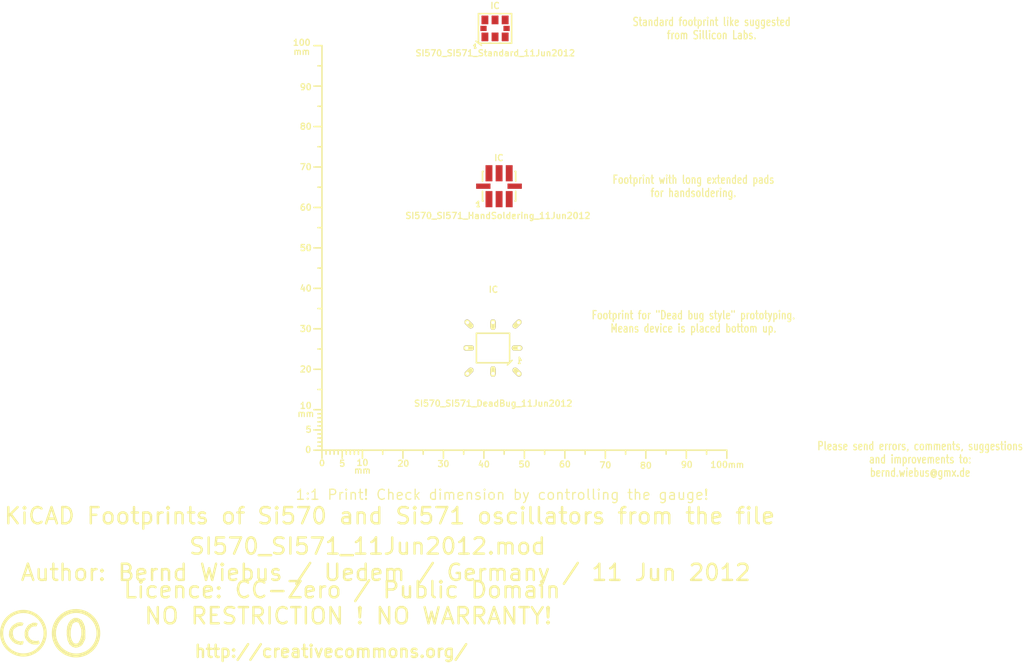
<source format=kicad_pcb>
(kicad_pcb (version 3) (host pcbnew "(2013-03-30 BZR 4007)-stable")

  (general
    (links 0)
    (no_connects 0)
    (area -18.90696 -26.19887 274.514854 176.10007)
    (thickness 1.6002)
    (drawings 10)
    (tracks 0)
    (zones 0)
    (modules 6)
    (nets 1)
  )

  (page A4)
  (layers
    (15 Vorderseite signal)
    (0 Rückseite signal)
    (16 B.Adhes user)
    (17 F.Adhes user)
    (18 B.Paste user)
    (19 F.Paste user)
    (20 B.SilkS user)
    (21 F.SilkS user)
    (22 B.Mask user)
    (23 F.Mask user)
    (24 Dwgs.User user)
    (25 Cmts.User user)
    (26 Eco1.User user)
    (27 Eco2.User user)
    (28 Edge.Cuts user)
  )

  (setup
    (last_trace_width 0.2032)
    (trace_clearance 0.254)
    (zone_clearance 0.508)
    (zone_45_only no)
    (trace_min 0.2032)
    (segment_width 0.381)
    (edge_width 0.381)
    (via_size 0.889)
    (via_drill 0.635)
    (via_min_size 0.889)
    (via_min_drill 0.508)
    (uvia_size 0.508)
    (uvia_drill 0.127)
    (uvias_allowed no)
    (uvia_min_size 0.508)
    (uvia_min_drill 0.127)
    (pcb_text_width 0.3048)
    (pcb_text_size 1.524 2.032)
    (mod_edge_width 0.381)
    (mod_text_size 1.524 1.524)
    (mod_text_width 0.3048)
    (pad_size 1.524 1.524)
    (pad_drill 0.8128)
    (pad_to_mask_clearance 0.254)
    (aux_axis_origin 0 0)
    (visible_elements 7FFFFFFF)
    (pcbplotparams
      (layerselection 3178497)
      (usegerberextensions true)
      (excludeedgelayer true)
      (linewidth 60)
      (plotframeref false)
      (viasonmask false)
      (mode 1)
      (useauxorigin false)
      (hpglpennumber 1)
      (hpglpenspeed 20)
      (hpglpendiameter 15)
      (hpglpenoverlay 0)
      (psnegative false)
      (psa4output false)
      (plotreference true)
      (plotvalue true)
      (plotothertext true)
      (plotinvisibletext false)
      (padsonsilk false)
      (subtractmaskfromsilk false)
      (outputformat 1)
      (mirror false)
      (drillshape 1)
      (scaleselection 1)
      (outputdirectory ""))
  )

  (net 0 "")

  (net_class Default "Dies ist die voreingestellte Netzklasse."
    (clearance 0.254)
    (trace_width 0.2032)
    (via_dia 0.889)
    (via_drill 0.635)
    (uvia_dia 0.508)
    (uvia_drill 0.127)
    (add_net "")
  )

  (module Gauge_100mm_Type2_SilkScreenTop_RevA_Date22Jun2010 (layer Vorderseite) (tedit 4D963937) (tstamp 4D88F07A)
    (at 101.24948 142.748)
    (descr "Gauge, Massstab, 100mm, SilkScreenTop, Type 2,")
    (tags "Gauge, Massstab, 100mm, SilkScreenTop, Type 2,")
    (path Gauge_100mm_Type2_SilkScreenTop_RevA_Date22Jun2010)
    (fp_text reference MSC (at 4.0005 8.99922) (layer F.SilkS) hide
      (effects (font (size 1.524 1.524) (thickness 0.3048)))
    )
    (fp_text value Gauge_100mm_Type2_SilkScreenTop_RevA_Date22Jun2010 (at 45.9994 8.99922) (layer F.SilkS) hide
      (effects (font (size 1.524 1.524) (thickness 0.3048)))
    )
    (fp_text user mm (at 9.99998 5.00126) (layer F.SilkS)
      (effects (font (size 1.524 1.524) (thickness 0.3048)))
    )
    (fp_text user mm (at -4.0005 -8.99922) (layer F.SilkS)
      (effects (font (size 1.524 1.524) (thickness 0.3048)))
    )
    (fp_text user mm (at -5.00126 -98.5012) (layer F.SilkS)
      (effects (font (size 1.524 1.524) (thickness 0.3048)))
    )
    (fp_text user 10 (at 10.00506 3.0988) (layer F.SilkS)
      (effects (font (size 1.50114 1.50114) (thickness 0.29972)))
    )
    (fp_text user 0 (at 0.00508 3.19786) (layer F.SilkS)
      (effects (font (size 1.39954 1.50114) (thickness 0.29972)))
    )
    (fp_text user 5 (at 5.0038 3.29946) (layer F.SilkS)
      (effects (font (size 1.50114 1.50114) (thickness 0.29972)))
    )
    (fp_text user 20 (at 20.1041 3.29946) (layer F.SilkS)
      (effects (font (size 1.50114 1.50114) (thickness 0.29972)))
    )
    (fp_text user 30 (at 30.00502 3.39852) (layer F.SilkS)
      (effects (font (size 1.50114 1.50114) (thickness 0.29972)))
    )
    (fp_text user 40 (at 40.005 3.50012) (layer F.SilkS)
      (effects (font (size 1.50114 1.50114) (thickness 0.29972)))
    )
    (fp_text user 50 (at 50.00498 3.50012) (layer F.SilkS)
      (effects (font (size 1.50114 1.50114) (thickness 0.29972)))
    )
    (fp_text user 60 (at 60.00496 3.50012) (layer F.SilkS)
      (effects (font (size 1.50114 1.50114) (thickness 0.29972)))
    )
    (fp_text user 70 (at 70.00494 3.70078) (layer F.SilkS)
      (effects (font (size 1.50114 1.50114) (thickness 0.29972)))
    )
    (fp_text user 80 (at 80.00492 3.79984) (layer F.SilkS)
      (effects (font (size 1.50114 1.50114) (thickness 0.29972)))
    )
    (fp_text user 90 (at 90.1065 3.60172) (layer F.SilkS)
      (effects (font (size 1.50114 1.50114) (thickness 0.29972)))
    )
    (fp_text user 100mm (at 100.10648 3.60172) (layer F.SilkS)
      (effects (font (size 1.50114 1.50114) (thickness 0.29972)))
    )
    (fp_line (start 0 -8.99922) (end -1.00076 -8.99922) (layer F.SilkS) (width 0.381))
    (fp_line (start 0 -8.001) (end -1.00076 -8.001) (layer F.SilkS) (width 0.381))
    (fp_line (start 0 -7.00024) (end -1.00076 -7.00024) (layer F.SilkS) (width 0.381))
    (fp_line (start 0 -5.99948) (end -1.00076 -5.99948) (layer F.SilkS) (width 0.381))
    (fp_line (start 0 -4.0005) (end -1.00076 -4.0005) (layer F.SilkS) (width 0.381))
    (fp_line (start 0 -2.99974) (end -1.00076 -2.99974) (layer F.SilkS) (width 0.381))
    (fp_line (start 0 -1.99898) (end -1.00076 -1.99898) (layer F.SilkS) (width 0.381))
    (fp_line (start 0 -1.00076) (end -1.00076 -1.00076) (layer F.SilkS) (width 0.381))
    (fp_line (start 0 0) (end -1.99898 0) (layer F.SilkS) (width 0.381))
    (fp_line (start 0 -5.00126) (end -1.99898 -5.00126) (layer F.SilkS) (width 0.381))
    (fp_line (start 0 -9.99998) (end -1.99898 -9.99998) (layer F.SilkS) (width 0.381))
    (fp_line (start 0 -15.00124) (end -1.00076 -15.00124) (layer F.SilkS) (width 0.381))
    (fp_line (start 0 -19.99996) (end -1.99898 -19.99996) (layer F.SilkS) (width 0.381))
    (fp_line (start 0 -25.00122) (end -1.00076 -25.00122) (layer F.SilkS) (width 0.381))
    (fp_line (start 0 -29.99994) (end -1.99898 -29.99994) (layer F.SilkS) (width 0.381))
    (fp_line (start 0 -35.0012) (end -1.00076 -35.0012) (layer F.SilkS) (width 0.381))
    (fp_line (start 0 -39.99992) (end -1.99898 -39.99992) (layer F.SilkS) (width 0.381))
    (fp_line (start 0 -45.00118) (end -1.00076 -45.00118) (layer F.SilkS) (width 0.381))
    (fp_line (start 0 -49.9999) (end -1.99898 -49.9999) (layer F.SilkS) (width 0.381))
    (fp_line (start 0 -55.00116) (end -1.00076 -55.00116) (layer F.SilkS) (width 0.381))
    (fp_line (start 0 -59.99988) (end -1.99898 -59.99988) (layer F.SilkS) (width 0.381))
    (fp_line (start 0 -65.00114) (end -1.00076 -65.00114) (layer F.SilkS) (width 0.381))
    (fp_line (start 0 -69.99986) (end -1.99898 -69.99986) (layer F.SilkS) (width 0.381))
    (fp_line (start 0 -75.00112) (end -1.00076 -75.00112) (layer F.SilkS) (width 0.381))
    (fp_line (start 0 -79.99984) (end -1.99898 -79.99984) (layer F.SilkS) (width 0.381))
    (fp_line (start 0 -85.0011) (end -1.00076 -85.0011) (layer F.SilkS) (width 0.381))
    (fp_line (start 0 -89.99982) (end -1.99898 -89.99982) (layer F.SilkS) (width 0.381))
    (fp_line (start 0 -95.00108) (end -1.00076 -95.00108) (layer F.SilkS) (width 0.381))
    (fp_line (start 0 0) (end 0 -99.9998) (layer F.SilkS) (width 0.381))
    (fp_line (start 0 -99.9998) (end -1.99898 -99.9998) (layer F.SilkS) (width 0.381))
    (fp_text user 100 (at -4.99872 -100.7491) (layer F.SilkS)
      (effects (font (size 1.50114 1.50114) (thickness 0.29972)))
    )
    (fp_text user 90 (at -4.0005 -89.7509) (layer F.SilkS)
      (effects (font (size 1.50114 1.50114) (thickness 0.29972)))
    )
    (fp_text user 80 (at -4.0005 -79.99984) (layer F.SilkS)
      (effects (font (size 1.50114 1.50114) (thickness 0.29972)))
    )
    (fp_text user 70 (at -4.0005 -69.99986) (layer F.SilkS)
      (effects (font (size 1.50114 1.50114) (thickness 0.29972)))
    )
    (fp_text user 60 (at -4.0005 -59.99988) (layer F.SilkS)
      (effects (font (size 1.50114 1.50114) (thickness 0.29972)))
    )
    (fp_text user 50 (at -4.0005 -49.9999) (layer F.SilkS)
      (effects (font (size 1.50114 1.50114) (thickness 0.34036)))
    )
    (fp_text user 40 (at -4.0005 -39.99992) (layer F.SilkS)
      (effects (font (size 1.50114 1.50114) (thickness 0.29972)))
    )
    (fp_text user 30 (at -4.0005 -29.99994) (layer F.SilkS)
      (effects (font (size 1.50114 1.50114) (thickness 0.29972)))
    )
    (fp_text user 20 (at -4.0005 -19.99996) (layer F.SilkS)
      (effects (font (size 1.50114 1.50114) (thickness 0.29972)))
    )
    (fp_line (start 95.00108 0) (end 95.00108 1.00076) (layer F.SilkS) (width 0.381))
    (fp_line (start 89.99982 0) (end 89.99982 1.99898) (layer F.SilkS) (width 0.381))
    (fp_line (start 85.0011 0) (end 85.0011 1.00076) (layer F.SilkS) (width 0.381))
    (fp_line (start 79.99984 0) (end 79.99984 1.99898) (layer F.SilkS) (width 0.381))
    (fp_line (start 75.00112 0) (end 75.00112 1.00076) (layer F.SilkS) (width 0.381))
    (fp_line (start 69.99986 0) (end 69.99986 1.99898) (layer F.SilkS) (width 0.381))
    (fp_line (start 65.00114 0) (end 65.00114 1.00076) (layer F.SilkS) (width 0.381))
    (fp_line (start 59.99988 0) (end 59.99988 1.99898) (layer F.SilkS) (width 0.381))
    (fp_line (start 55.00116 0) (end 55.00116 1.00076) (layer F.SilkS) (width 0.381))
    (fp_line (start 49.9999 0) (end 49.9999 1.99898) (layer F.SilkS) (width 0.381))
    (fp_line (start 45.00118 0) (end 45.00118 1.00076) (layer F.SilkS) (width 0.381))
    (fp_line (start 39.99992 0) (end 39.99992 1.99898) (layer F.SilkS) (width 0.381))
    (fp_line (start 35.0012 0) (end 35.0012 1.00076) (layer F.SilkS) (width 0.381))
    (fp_line (start 29.99994 0) (end 29.99994 1.99898) (layer F.SilkS) (width 0.381))
    (fp_line (start 25.00122 0) (end 25.00122 1.00076) (layer F.SilkS) (width 0.381))
    (fp_line (start 19.99996 0) (end 19.99996 1.99898) (layer F.SilkS) (width 0.381))
    (fp_line (start 15.00124 0) (end 15.00124 1.00076) (layer F.SilkS) (width 0.381))
    (fp_line (start 9.99998 0) (end 99.9998 0) (layer F.SilkS) (width 0.381))
    (fp_line (start 99.9998 0) (end 99.9998 1.99898) (layer F.SilkS) (width 0.381))
    (fp_text user 5 (at -3.302 -5.10286) (layer F.SilkS)
      (effects (font (size 1.50114 1.50114) (thickness 0.29972)))
    )
    (fp_text user 0 (at -3.4036 -0.10414) (layer F.SilkS)
      (effects (font (size 1.50114 1.50114) (thickness 0.29972)))
    )
    (fp_text user 10 (at -4.0005 -11.00074) (layer F.SilkS)
      (effects (font (size 1.50114 1.50114) (thickness 0.29972)))
    )
    (fp_line (start 8.99922 0) (end 8.99922 1.00076) (layer F.SilkS) (width 0.381))
    (fp_line (start 8.001 0) (end 8.001 1.00076) (layer F.SilkS) (width 0.381))
    (fp_line (start 7.00024 0) (end 7.00024 1.00076) (layer F.SilkS) (width 0.381))
    (fp_line (start 5.99948 0) (end 5.99948 1.00076) (layer F.SilkS) (width 0.381))
    (fp_line (start 4.0005 0) (end 4.0005 1.00076) (layer F.SilkS) (width 0.381))
    (fp_line (start 2.99974 0) (end 2.99974 1.00076) (layer F.SilkS) (width 0.381))
    (fp_line (start 1.99898 0) (end 1.99898 1.00076) (layer F.SilkS) (width 0.381))
    (fp_line (start 1.00076 0) (end 1.00076 1.00076) (layer F.SilkS) (width 0.381))
    (fp_line (start 5.00126 0) (end 5.00126 1.99898) (layer F.SilkS) (width 0.381))
    (fp_line (start 0 0) (end 0 1.99898) (layer F.SilkS) (width 0.381))
    (fp_line (start 0 0) (end 9.99998 0) (layer F.SilkS) (width 0.381))
    (fp_line (start 9.99998 0) (end 9.99998 1.99898) (layer F.SilkS) (width 0.381))
  )

  (module SI570_SI571_DeadBug_11Jun2012 (layer Vorderseite) (tedit 4FD60BBE) (tstamp 4FD60D11)
    (at 143.49984 117.49786)
    (descr "SI570, SI571, Programmable oscillator, Dead Bug Style,")
    (tags "SI570, SI571, Programmable oscillator, Dead Bug Style,")
    (path SI570_SI571_Standard_11Jun2012)
    (attr smd)
    (fp_text reference IC (at 0.09906 -14.45006) (layer F.SilkS)
      (effects (font (size 1.524 1.524) (thickness 0.3048)))
    )
    (fp_text value SI570_SI571_DeadBug_11Jun2012 (at 0.0508 13.70076) (layer F.SilkS)
      (effects (font (size 1.524 1.524) (thickness 0.3048)))
    )
    (fp_line (start 6.94944 3.05054) (end 6.49986 2.30124) (layer F.SilkS) (width 0.381))
    (fp_line (start 6.49986 2.30124) (end 6.49986 3.79984) (layer F.SilkS) (width 0.381))
    (fp_line (start 6.49986 3.79984) (end 6.64972 3.79984) (layer F.SilkS) (width 0.381))
    (fp_line (start 6.64972 3.79984) (end 6.2992 3.79984) (layer F.SilkS) (width 0.381))
    (fp_line (start 3.55092 4.20116) (end 4.699 3.05054) (layer F.SilkS) (width 0.381))
    (fp_line (start 4.09956 -3.64998) (end -4.09956 -3.64998) (layer F.SilkS) (width 0.381))
    (fp_line (start -4.09956 -3.64998) (end -4.09956 3.64998) (layer F.SilkS) (width 0.381))
    (fp_line (start -4.09956 3.64998) (end 4.09956 3.64998) (layer F.SilkS) (width 0.381))
    (fp_line (start 4.09956 3.64998) (end 4.09956 -3.64998) (layer F.SilkS) (width 0.381))
    (pad 3 thru_hole oval (at -6.2992 6.2992 45) (size 2.60096 1.30048) (drill 0.8001 (offset 0.50038 0))
      (layers *.Cu *.Mask F.SilkS)
    )
    (pad 4 thru_hole oval (at -6.2992 -6.2992 315) (size 2.60096 1.30048) (drill 0.8001 (offset 0.50038 0))
      (layers *.Cu *.Mask F.SilkS)
    )
    (pad 1 thru_hole oval (at 6.2992 6.2992 135) (size 2.60096 1.30048) (drill 0.8001 (offset 0.50038 0))
      (layers *.Cu *.Mask F.SilkS)
    )
    (pad 6 thru_hole oval (at 6.2992 -6.2992 225) (size 2.60096 1.30048) (drill 0.8001 (offset 0.50038 0))
      (layers *.Cu *.Mask F.SilkS)
    )
    (pad 5 thru_hole oval (at 0 -6.2992 270) (size 2.60096 1.30048) (drill 0.8001 (offset 0.50038 0))
      (layers *.Cu *.Mask F.SilkS)
    )
    (pad 8 thru_hole oval (at -6.49986 0) (size 2.60096 1.30048) (drill 0.8001 (offset 0.50038 0))
      (layers *.Cu *.Mask F.SilkS)
    )
    (pad 7 thru_hole oval (at 6.44906 0 180) (size 2.60096 1.30048) (drill 0.8001 (offset 0.50038 0))
      (layers *.Cu *.Mask F.SilkS)
    )
    (pad 2 thru_hole oval (at 0 6.2992 90) (size 2.60096 1.30048) (drill 0.8001 (offset 0.50038 0))
      (layers *.Cu *.Mask F.SilkS)
    )
  )

  (module SI570_SI571_HandSoldering_11Jun2012 (layer Vorderseite) (tedit 4FD60722) (tstamp 4FD60D18)
    (at 144.99844 77.49794)
    (descr "SI570, SI571, Programmable oscillator, Handsoldering,")
    (tags "SI570, SI571, Programmable oscillator, HandsolderingStandard,")
    (path SI570_SI571_Standard_11Jun2012)
    (attr smd)
    (fp_text reference IC (at -0.0508 -7.00024) (layer F.SilkS)
      (effects (font (size 1.524 1.524) (thickness 0.3048)))
    )
    (fp_text value SI570_SI571_HandSoldering_11Jun2012 (at -0.29972 7.29996) (layer F.SilkS)
      (effects (font (size 1.524 1.524) (thickness 0.3048)))
    )
    (fp_line (start -5.40004 5.04952) (end -4.89966 5.04952) (layer F.SilkS) (width 0.381))
    (fp_line (start -5.6007 4.20116) (end -5.10032 3.74904) (layer F.SilkS) (width 0.381))
    (fp_line (start -5.10032 3.74904) (end -5.10032 5.00126) (layer F.SilkS) (width 0.381))
    (fp_line (start -4.09956 3.64998) (end -3.8989 3.64998) (layer F.SilkS) (width 0.381))
    (fp_line (start -4.09956 -3.64998) (end -3.8989 -3.64998) (layer F.SilkS) (width 0.381))
    (fp_line (start 4.09956 3.64998) (end 3.8989 3.64998) (layer F.SilkS) (width 0.381))
    (fp_line (start 4.09956 -3.64998) (end 3.8989 -3.64998) (layer F.SilkS) (width 0.381))
    (fp_line (start -4.09956 3.64998) (end -4.09956 1.24968) (layer F.SilkS) (width 0.381))
    (fp_line (start -4.09956 -3.64998) (end -4.09956 -1.24968) (layer F.SilkS) (width 0.381))
    (fp_line (start 4.09956 3.64998) (end 4.09956 1.24968) (layer F.SilkS) (width 0.381))
    (fp_line (start 4.09956 -3.64998) (end 4.09956 -1.24968) (layer F.SilkS) (width 0.381))
    (pad 1 smd rect (at -2.49936 3.2004) (size 1.69926 4.0005)
      (layers Vorderseite F.Paste F.Mask)
    )
    (pad 2 smd rect (at 0 3.2004) (size 1.69926 4.0005)
      (layers Vorderseite F.Paste F.Mask)
    )
    (pad 3 smd rect (at 2.49936 3.2004) (size 1.69926 4.0005)
      (layers Vorderseite F.Paste F.Mask)
    )
    (pad 4 smd rect (at 2.49936 -3.2004) (size 1.69926 4.0005)
      (layers Vorderseite F.Paste F.Mask)
    )
    (pad 5 smd rect (at 0 -3.2004) (size 1.69926 4.0005)
      (layers Vorderseite F.Paste F.Mask)
    )
    (pad 6 smd rect (at -2.49936 -3.2004) (size 1.69926 4.0005)
      (layers Vorderseite F.Paste F.Mask)
    )
    (pad 7 smd rect (at -3.8989 0) (size 3.54838 1.30048)
      (layers Vorderseite F.Paste F.Mask)
    )
    (pad 8 smd rect (at 3.85064 0) (size 3.54838 1.30048)
      (layers Vorderseite F.Paste F.Mask)
    )
  )

  (module SI570_SI571_Standard_11Jun2012 (layer Vorderseite) (tedit 4FD60CEA) (tstamp 4FD60D24)
    (at 143.99768 38.49878)
    (descr "SI570, SI571, Programmable oscillator, Standard,")
    (tags "SI570, SI571, Programmable oscillator, Standard,")
    (path SI570_SI571_Standard_11Jun2012)
    (attr smd)
    (fp_text reference IC (at 0 -5.6007) (layer F.SilkS)
      (effects (font (size 1.524 1.524) (thickness 0.3048)))
    )
    (fp_text value SI570_SI571_Standard_11Jun2012 (at 0.0508 6.10108) (layer F.SilkS)
      (effects (font (size 1.524 1.524) (thickness 0.3048)))
    )
    (fp_line (start -5.25018 4.24942) (end -4.89966 3.8989) (layer F.SilkS) (width 0.381))
    (fp_line (start -4.89966 3.8989) (end -4.89966 4.84886) (layer F.SilkS) (width 0.381))
    (fp_line (start -4.89966 4.84886) (end -5.04952 4.84886) (layer F.SilkS) (width 0.381))
    (fp_line (start -5.04952 4.84886) (end -4.699 4.8006) (layer F.SilkS) (width 0.381))
    (fp_circle (center 0 0) (end 0.35052 0) (layer F.Adhes) (width 0.381))
    (fp_circle (center 0 0) (end 0.14986 0) (layer F.Adhes) (width 0.381))
    (fp_circle (center -1.00076 0) (end -0.55118 0) (layer F.Adhes) (width 0.381))
    (fp_circle (center 1.00076 0) (end 0.55118 0) (layer F.Adhes) (width 0.381))
    (fp_circle (center 1.00076 0) (end 0.8509 0) (layer F.Adhes) (width 0.381))
    (fp_circle (center -1.00076 0) (end -0.8509 0) (layer F.Adhes) (width 0.381))
    (fp_line (start -4.70154 3.1496) (end -3.35026 4.20116) (layer F.SilkS) (width 0.381))
    (fp_line (start 4.09956 -3.64998) (end -4.09956 -3.64998) (layer F.SilkS) (width 0.381))
    (fp_line (start -4.09956 -3.64998) (end -4.09956 3.64998) (layer F.SilkS) (width 0.381))
    (fp_line (start -4.09956 3.64998) (end 4.09956 3.64998) (layer F.SilkS) (width 0.381))
    (fp_line (start 4.09956 3.64998) (end 4.09956 -3.64998) (layer F.SilkS) (width 0.381))
    (pad 1 smd rect (at -2.49936 2.10058) (size 1.69926 2.14884)
      (layers Vorderseite F.Paste F.Mask)
    )
    (pad 2 smd rect (at 0 2.10058) (size 1.69926 2.14884)
      (layers Vorderseite F.Paste F.Mask)
    )
    (pad 3 smd rect (at 2.49936 2.10058) (size 1.69926 2.14884)
      (layers Vorderseite F.Paste F.Mask)
    )
    (pad 4 smd rect (at 2.49936 -2.10058) (size 1.69926 2.14884)
      (layers Vorderseite F.Paste F.Mask)
    )
    (pad 5 smd rect (at 0 -2.10058) (size 1.69926 2.14884)
      (layers Vorderseite F.Paste F.Mask)
    )
    (pad 6 smd rect (at -2.49936 -2.10058) (size 1.69926 2.14884)
      (layers Vorderseite F.Paste F.Mask)
    )
    (pad 7 smd rect (at -2.84988 0) (size 1.5494 1.30048)
      (layers Vorderseite F.Paste F.Mask)
    )
    (pad 8 smd rect (at 2.84988 0) (size 1.5494 1.30048)
      (layers Vorderseite F.Paste F.Mask)
    )
  )

  (module Symbol_CC-PublicDomain_SilkScreenTop_Big (layer Vorderseite) (tedit 515D641F) (tstamp 515F0B64)
    (at 40.5 188)
    (descr "Symbol, CC-PublicDomain, SilkScreen Top, Big,")
    (tags "Symbol, CC-PublicDomain, SilkScreen Top, Big,")
    (path Symbol_CC-Noncommercial_CopperTop_Big)
    (fp_text reference Sym (at 0.59944 -7.29996) (layer F.SilkS) hide
      (effects (font (size 1.524 1.524) (thickness 0.3048)))
    )
    (fp_text value Symbol_CC-PublicDomain_SilkScreenTop_Big (at 0.59944 8.001) (layer F.SilkS) hide
      (effects (font (size 1.524 1.524) (thickness 0.3048)))
    )
    (fp_circle (center 0 0) (end 5.8 -0.05) (layer F.SilkS) (width 0.381))
    (fp_circle (center 0 0) (end 5.5 0) (layer F.SilkS) (width 0.381))
    (fp_circle (center 0.05 0) (end 5.25 0) (layer F.SilkS) (width 0.381))
    (fp_line (start 1.1 -2.5) (end 1.4 -1.9) (layer F.SilkS) (width 0.381))
    (fp_line (start -1.8 1.2) (end -1.6 1.9) (layer F.SilkS) (width 0.381))
    (fp_line (start -1.6 1.9) (end -1.2 2.5) (layer F.SilkS) (width 0.381))
    (fp_line (start 0 -3) (end 0.75 -2.75) (layer F.SilkS) (width 0.381))
    (fp_line (start 0.75 -2.75) (end 1 -2.25) (layer F.SilkS) (width 0.381))
    (fp_line (start 1 -2.25) (end 1.5 -1) (layer F.SilkS) (width 0.381))
    (fp_line (start 1.5 -1) (end 1.5 -0.5) (layer F.SilkS) (width 0.381))
    (fp_line (start 1.5 -0.5) (end 1.5 0.5) (layer F.SilkS) (width 0.381))
    (fp_line (start 1.5 0.5) (end 1.25 1.5) (layer F.SilkS) (width 0.381))
    (fp_line (start 1.25 1.5) (end 0.75 2.5) (layer F.SilkS) (width 0.381))
    (fp_line (start 0.75 2.5) (end 0.25 2.75) (layer F.SilkS) (width 0.381))
    (fp_line (start 0.25 2.75) (end -0.25 2.75) (layer F.SilkS) (width 0.381))
    (fp_line (start -0.25 2.75) (end -0.75 2.5) (layer F.SilkS) (width 0.381))
    (fp_line (start -0.75 2.5) (end -1.25 1.75) (layer F.SilkS) (width 0.381))
    (fp_line (start -1.25 1.75) (end -1.5 0.75) (layer F.SilkS) (width 0.381))
    (fp_line (start -1.5 0.75) (end -1.5 -0.75) (layer F.SilkS) (width 0.381))
    (fp_line (start -1.5 -0.75) (end -1.25 -1.75) (layer F.SilkS) (width 0.381))
    (fp_line (start -1.25 -1.75) (end -1 -2.5) (layer F.SilkS) (width 0.381))
    (fp_line (start -1 -2.5) (end -0.3 -2.9) (layer F.SilkS) (width 0.381))
    (fp_line (start -0.3 -2.9) (end 0.2 -3) (layer F.SilkS) (width 0.381))
    (fp_line (start 0.2 -3) (end 0.8 -3) (layer F.SilkS) (width 0.381))
    (fp_line (start 0.8 -3) (end 1.4 -2.3) (layer F.SilkS) (width 0.381))
    (fp_line (start 1.4 -2.3) (end 1.6 -1.4) (layer F.SilkS) (width 0.381))
    (fp_line (start 1.6 -1.4) (end 1.7 -0.3) (layer F.SilkS) (width 0.381))
    (fp_line (start 1.7 -0.3) (end 1.7 0.9) (layer F.SilkS) (width 0.381))
    (fp_line (start 1.7 0.9) (end 1.4 1.8) (layer F.SilkS) (width 0.381))
    (fp_line (start 1.4 1.8) (end 1 2.7) (layer F.SilkS) (width 0.381))
    (fp_line (start 1 2.7) (end 0.5 3) (layer F.SilkS) (width 0.381))
    (fp_line (start 0.5 3) (end -0.4 3) (layer F.SilkS) (width 0.381))
    (fp_line (start -0.4 3) (end -1.3 2.3) (layer F.SilkS) (width 0.381))
    (fp_line (start -1.3 2.3) (end -1.7 1) (layer F.SilkS) (width 0.381))
    (fp_line (start -1.7 1) (end -1.8 -0.7) (layer F.SilkS) (width 0.381))
    (fp_line (start -1.8 -0.7) (end -1.4 -2.2) (layer F.SilkS) (width 0.381))
    (fp_line (start -1.4 -2.2) (end -1 -2.9) (layer F.SilkS) (width 0.381))
    (fp_line (start -1 -2.9) (end -0.2 -3.3) (layer F.SilkS) (width 0.381))
    (fp_line (start -0.2 -3.3) (end 0.7 -3.2) (layer F.SilkS) (width 0.381))
    (fp_line (start 0.7 -3.2) (end 1.3 -3.1) (layer F.SilkS) (width 0.381))
    (fp_line (start 1.3 -3.1) (end 1.7 -2.4) (layer F.SilkS) (width 0.381))
    (fp_line (start 1.7 -2.4) (end 2 -1.6) (layer F.SilkS) (width 0.381))
    (fp_line (start 2 -1.6) (end 2.1 -0.6) (layer F.SilkS) (width 0.381))
    (fp_line (start 2.1 -0.6) (end 2.1 0.3) (layer F.SilkS) (width 0.381))
    (fp_line (start 2.1 0.3) (end 2.1 1.3) (layer F.SilkS) (width 0.381))
    (fp_line (start 2.1 1.3) (end 1.9 1.8) (layer F.SilkS) (width 0.381))
    (fp_line (start 1.9 1.8) (end 1.5 2.6) (layer F.SilkS) (width 0.381))
    (fp_line (start 1.5 2.6) (end 1.1 3) (layer F.SilkS) (width 0.381))
    (fp_line (start 1.1 3) (end 0.4 3.3) (layer F.SilkS) (width 0.381))
    (fp_line (start 0.4 3.3) (end -0.1 3.4) (layer F.SilkS) (width 0.381))
    (fp_line (start -0.1 3.4) (end -0.8 3.2) (layer F.SilkS) (width 0.381))
    (fp_line (start -0.8 3.2) (end -1.5 2.6) (layer F.SilkS) (width 0.381))
    (fp_line (start -1.5 2.6) (end -1.9 1.7) (layer F.SilkS) (width 0.381))
    (fp_line (start -1.9 1.7) (end -2.1 0.4) (layer F.SilkS) (width 0.381))
    (fp_line (start -2.1 0.4) (end -2.1 -0.6) (layer F.SilkS) (width 0.381))
    (fp_line (start -2.1 -0.6) (end -2 -1.6) (layer F.SilkS) (width 0.381))
    (fp_line (start -2 -1.6) (end -1.7 -2.4) (layer F.SilkS) (width 0.381))
    (fp_line (start -1.7 -2.4) (end -1.2 -3.1) (layer F.SilkS) (width 0.381))
    (fp_line (start -1.2 -3.1) (end -0.4 -3.6) (layer F.SilkS) (width 0.381))
    (fp_line (start -0.4 -3.6) (end 0.4 -3.6) (layer F.SilkS) (width 0.381))
    (fp_line (start 0.4 -3.6) (end 1.1 -3.2) (layer F.SilkS) (width 0.381))
    (fp_line (start 1.1 -3.2) (end 1.1 -2.9) (layer F.SilkS) (width 0.381))
    (fp_line (start 1.1 -2.9) (end 1.8 -1.5) (layer F.SilkS) (width 0.381))
    (fp_line (start 1.8 -1.5) (end 1.8 -0.4) (layer F.SilkS) (width 0.381))
    (fp_line (start 1.8 -0.4) (end 1.8 1.1) (layer F.SilkS) (width 0.381))
    (fp_line (start 1.8 1.1) (end 1.2 2.6) (layer F.SilkS) (width 0.381))
    (fp_line (start 1.2 2.6) (end 0.2 3.2) (layer F.SilkS) (width 0.381))
    (fp_line (start 0.2 3.2) (end -0.5 3.2) (layer F.SilkS) (width 0.381))
    (fp_line (start -0.5 3.2) (end -1.1 2.7) (layer F.SilkS) (width 0.381))
    (fp_line (start -1.1 2.7) (end -1.9 0.6) (layer F.SilkS) (width 0.381))
    (fp_line (start -1.9 0.6) (end -1.7 -1.9) (layer F.SilkS) (width 0.381))
  )

  (module Symbol_CreativeCommons_SilkScreenTop_Type2_Big (layer Vorderseite) (tedit 515D640C) (tstamp 515D6AF0)
    (at 27.5 188)
    (descr "Symbol, Creative Commons, SilkScreen Top, Type 2, Big,")
    (tags "Symbol, Creative Commons, SilkScreen Top, Type 2, Big,")
    (path Symbol_CreativeCommons_CopperTop_Type2_Big)
    (fp_text reference Sym (at 0.59944 -7.29996) (layer F.SilkS) hide
      (effects (font (size 1.524 1.524) (thickness 0.3048)))
    )
    (fp_text value Symbol_CreativeCommons_Typ2_SilkScreenTop_Big (at 0.59944 8.001) (layer F.SilkS) hide
      (effects (font (size 1.524 1.524) (thickness 0.3048)))
    )
    (fp_line (start -0.70104 2.70002) (end -0.29972 2.60096) (layer F.SilkS) (width 0.381))
    (fp_line (start -0.29972 2.60096) (end -0.20066 2.10058) (layer F.SilkS) (width 0.381))
    (fp_line (start -2.49936 -1.69926) (end -2.70002 -1.6002) (layer F.SilkS) (width 0.381))
    (fp_line (start -2.70002 -1.6002) (end -3.0988 -1.00076) (layer F.SilkS) (width 0.381))
    (fp_line (start -3.0988 -1.00076) (end -3.29946 -0.50038) (layer F.SilkS) (width 0.381))
    (fp_line (start -3.29946 -0.50038) (end -3.40106 0.39878) (layer F.SilkS) (width 0.381))
    (fp_line (start -3.40106 0.39878) (end -3.29946 0.89916) (layer F.SilkS) (width 0.381))
    (fp_line (start -0.19812 2.4003) (end -0.29718 2.59842) (layer F.SilkS) (width 0.381))
    (fp_line (start 3.70078 2.10058) (end 3.79984 2.4003) (layer F.SilkS) (width 0.381))
    (fp_line (start 2.99974 -2.4003) (end 3.29946 -2.30124) (layer F.SilkS) (width 0.381))
    (fp_line (start 3.29946 -2.30124) (end 3.0988 -1.99898) (layer F.SilkS) (width 0.381))
    (fp_line (start 0 -5.40004) (end -0.50038 -5.40004) (layer F.SilkS) (width 0.381))
    (fp_line (start -0.50038 -5.40004) (end -1.30048 -5.10032) (layer F.SilkS) (width 0.381))
    (fp_line (start -1.30048 -5.10032) (end -1.99898 -4.89966) (layer F.SilkS) (width 0.381))
    (fp_line (start -1.99898 -4.89966) (end -2.70002 -4.699) (layer F.SilkS) (width 0.381))
    (fp_line (start -2.70002 -4.699) (end -3.29946 -4.20116) (layer F.SilkS) (width 0.381))
    (fp_line (start -3.29946 -4.20116) (end -4.0005 -3.59918) (layer F.SilkS) (width 0.381))
    (fp_line (start -4.0005 -3.59918) (end -4.50088 -2.99974) (layer F.SilkS) (width 0.381))
    (fp_line (start -4.50088 -2.99974) (end -5.00126 -2.10058) (layer F.SilkS) (width 0.381))
    (fp_line (start -5.00126 -2.10058) (end -5.30098 -1.09982) (layer F.SilkS) (width 0.381))
    (fp_line (start -5.30098 -1.09982) (end -5.40004 0.09906) (layer F.SilkS) (width 0.381))
    (fp_line (start -5.40004 0.09906) (end -5.19938 1.30048) (layer F.SilkS) (width 0.381))
    (fp_line (start -5.19938 1.30048) (end -4.8006 2.4003) (layer F.SilkS) (width 0.381))
    (fp_line (start -4.8006 2.4003) (end -3.79984 3.8989) (layer F.SilkS) (width 0.381))
    (fp_line (start -3.79984 3.8989) (end -2.60096 4.8006) (layer F.SilkS) (width 0.381))
    (fp_line (start -2.60096 4.8006) (end -1.30048 5.30098) (layer F.SilkS) (width 0.381))
    (fp_line (start -1.30048 5.30098) (end 0.09906 5.30098) (layer F.SilkS) (width 0.381))
    (fp_line (start 0.09906 5.30098) (end 1.6002 5.19938) (layer F.SilkS) (width 0.381))
    (fp_line (start 1.6002 5.19938) (end 2.60096 4.699) (layer F.SilkS) (width 0.381))
    (fp_line (start 2.60096 4.699) (end 4.20116 3.40106) (layer F.SilkS) (width 0.381))
    (fp_line (start 4.20116 3.40106) (end 5.00126 1.80086) (layer F.SilkS) (width 0.381))
    (fp_line (start 5.00126 1.80086) (end 5.40004 0.29972) (layer F.SilkS) (width 0.381))
    (fp_line (start 5.40004 0.29972) (end 5.19938 -1.39954) (layer F.SilkS) (width 0.381))
    (fp_line (start 5.19938 -1.39954) (end 4.699 -2.49936) (layer F.SilkS) (width 0.381))
    (fp_line (start 4.699 -2.49936) (end 3.40106 -4.09956) (layer F.SilkS) (width 0.381))
    (fp_line (start 3.40106 -4.09956) (end 2.4003 -4.8006) (layer F.SilkS) (width 0.381))
    (fp_line (start 2.4003 -4.8006) (end 1.39954 -5.19938) (layer F.SilkS) (width 0.381))
    (fp_line (start 1.39954 -5.19938) (end 0 -5.30098) (layer F.SilkS) (width 0.381))
    (fp_line (start 0.60198 -0.70104) (end 0.50292 -0.20066) (layer F.SilkS) (width 0.381))
    (fp_line (start 0.50292 -0.20066) (end 0.50292 0.49784) (layer F.SilkS) (width 0.381))
    (fp_line (start 0.50292 0.49784) (end 0.60198 1.09982) (layer F.SilkS) (width 0.381))
    (fp_line (start 0.60198 1.09982) (end 1.00076 1.69926) (layer F.SilkS) (width 0.381))
    (fp_line (start 1.00076 1.69926) (end 1.50114 2.19964) (layer F.SilkS) (width 0.381))
    (fp_line (start 1.50114 2.19964) (end 2.10058 2.49936) (layer F.SilkS) (width 0.381))
    (fp_line (start 2.10058 2.49936) (end 2.60096 2.59842) (layer F.SilkS) (width 0.381))
    (fp_line (start 2.60096 2.59842) (end 3.00228 2.59842) (layer F.SilkS) (width 0.381))
    (fp_line (start 3.00228 2.59842) (end 3.40106 2.59842) (layer F.SilkS) (width 0.381))
    (fp_line (start 3.40106 2.59842) (end 3.80238 2.49936) (layer F.SilkS) (width 0.381))
    (fp_line (start 3.80238 2.49936) (end 3.70078 2.2987) (layer F.SilkS) (width 0.381))
    (fp_line (start 3.70078 2.2987) (end 2.80162 2.4003) (layer F.SilkS) (width 0.381))
    (fp_line (start 2.80162 2.4003) (end 1.80086 2.09804) (layer F.SilkS) (width 0.381))
    (fp_line (start 1.80086 2.09804) (end 1.20142 1.6002) (layer F.SilkS) (width 0.381))
    (fp_line (start 1.20142 1.6002) (end 0.80264 0.6985) (layer F.SilkS) (width 0.381))
    (fp_line (start 0.80264 0.6985) (end 0.70104 -0.29972) (layer F.SilkS) (width 0.381))
    (fp_line (start 0.70104 -0.29972) (end 1.00076 -1.00076) (layer F.SilkS) (width 0.381))
    (fp_line (start 1.00076 -1.00076) (end 1.60274 -1.7018) (layer F.SilkS) (width 0.381))
    (fp_line (start 1.60274 -1.7018) (end 2.30124 -2.10058) (layer F.SilkS) (width 0.381))
    (fp_line (start 2.30124 -2.10058) (end 3.00228 -2.10058) (layer F.SilkS) (width 0.381))
    (fp_line (start 3.00228 -2.10058) (end 3.10134 -1.89992) (layer F.SilkS) (width 0.381))
    (fp_line (start 3.10134 -1.89992) (end 2.5019 -1.89992) (layer F.SilkS) (width 0.381))
    (fp_line (start 2.5019 -1.89992) (end 1.80086 -1.6002) (layer F.SilkS) (width 0.381))
    (fp_line (start 1.80086 -1.6002) (end 1.30048 -1.00076) (layer F.SilkS) (width 0.381))
    (fp_line (start 1.30048 -1.00076) (end 1.00076 -0.40132) (layer F.SilkS) (width 0.381))
    (fp_line (start 1.00076 -0.40132) (end 1.00076 0.09906) (layer F.SilkS) (width 0.381))
    (fp_line (start 1.00076 0.09906) (end 1.00076 0.6985) (layer F.SilkS) (width 0.381))
    (fp_line (start 1.00076 0.6985) (end 1.30048 1.19888) (layer F.SilkS) (width 0.381))
    (fp_line (start 1.30048 1.19888) (end 1.7018 1.69926) (layer F.SilkS) (width 0.381))
    (fp_line (start 1.7018 1.69926) (end 2.30124 1.99898) (layer F.SilkS) (width 0.381))
    (fp_line (start 2.30124 1.99898) (end 2.90068 2.09804) (layer F.SilkS) (width 0.381))
    (fp_line (start 2.90068 2.09804) (end 3.40106 2.09804) (layer F.SilkS) (width 0.381))
    (fp_line (start 3.40106 2.09804) (end 3.70078 1.99898) (layer F.SilkS) (width 0.381))
    (fp_line (start 3.00228 -2.4003) (end 2.40284 -2.4003) (layer F.SilkS) (width 0.381))
    (fp_line (start 2.40284 -2.4003) (end 2.00152 -2.20218) (layer F.SilkS) (width 0.381))
    (fp_line (start 2.00152 -2.20218) (end 1.50114 -2.00152) (layer F.SilkS) (width 0.381))
    (fp_line (start 1.50114 -2.00152) (end 1.10236 -1.6002) (layer F.SilkS) (width 0.381))
    (fp_line (start 1.10236 -1.6002) (end 0.80264 -1.09982) (layer F.SilkS) (width 0.381))
    (fp_line (start 0.80264 -1.09982) (end 0.60198 -0.70104) (layer F.SilkS) (width 0.381))
    (fp_line (start -0.39878 -1.99898) (end -0.89916 -1.99898) (layer F.SilkS) (width 0.381))
    (fp_line (start -0.89916 -1.99898) (end -1.39954 -1.89738) (layer F.SilkS) (width 0.381))
    (fp_line (start -1.39954 -1.89738) (end -1.89992 -1.59766) (layer F.SilkS) (width 0.381))
    (fp_line (start -1.89992 -1.59766) (end -2.4003 -1.19888) (layer F.SilkS) (width 0.381))
    (fp_line (start -2.4003 -1.30048) (end -2.70002 -0.8001) (layer F.SilkS) (width 0.381))
    (fp_line (start -2.70002 -0.8001) (end -2.79908 -0.29972) (layer F.SilkS) (width 0.381))
    (fp_line (start -2.79908 -0.29972) (end -2.79908 0.20066) (layer F.SilkS) (width 0.381))
    (fp_line (start -2.79908 0.20066) (end -2.59842 1.00076) (layer F.SilkS) (width 0.381))
    (fp_line (start -2.69748 1.00076) (end -2.39776 1.39954) (layer F.SilkS) (width 0.381))
    (fp_line (start -2.29616 1.4986) (end -1.79578 1.89992) (layer F.SilkS) (width 0.381))
    (fp_line (start -1.79578 1.89992) (end -1.29794 2.09804) (layer F.SilkS) (width 0.381))
    (fp_line (start -1.29794 2.09804) (end -0.89662 2.19964) (layer F.SilkS) (width 0.381))
    (fp_line (start -0.89662 2.19964) (end -0.49784 2.19964) (layer F.SilkS) (width 0.381))
    (fp_line (start -0.49784 2.19964) (end -0.19812 2.09804) (layer F.SilkS) (width 0.381))
    (fp_line (start -0.19812 2.09804) (end -0.29718 2.4003) (layer F.SilkS) (width 0.381))
    (fp_line (start -0.29718 2.4003) (end -0.89662 2.49936) (layer F.SilkS) (width 0.381))
    (fp_line (start -0.89662 2.49936) (end -1.59766 2.2987) (layer F.SilkS) (width 0.381))
    (fp_line (start -1.59766 2.2987) (end -2.29616 1.79832) (layer F.SilkS) (width 0.381))
    (fp_line (start -2.29616 1.79832) (end -2.79654 1.29794) (layer F.SilkS) (width 0.381))
    (fp_line (start -2.79908 1.39954) (end -2.99974 0.70104) (layer F.SilkS) (width 0.381))
    (fp_line (start -2.99974 0.70104) (end -3.0988 0) (layer F.SilkS) (width 0.381))
    (fp_line (start -3.0988 0) (end -2.99974 -0.59944) (layer F.SilkS) (width 0.381))
    (fp_line (start -2.99974 -0.8001) (end -2.70002 -1.30048) (layer F.SilkS) (width 0.381))
    (fp_line (start -2.70002 -1.09982) (end -2.19964 -1.6002) (layer F.SilkS) (width 0.381))
    (fp_line (start -2.19964 -1.69926) (end -1.69926 -1.99898) (layer F.SilkS) (width 0.381))
    (fp_line (start -1.69926 -1.99898) (end -1.19888 -2.19964) (layer F.SilkS) (width 0.381))
    (fp_line (start -1.19888 -2.19964) (end -0.6985 -2.19964) (layer F.SilkS) (width 0.381))
    (fp_line (start -0.6985 -2.19964) (end -0.29972 -2.19964) (layer F.SilkS) (width 0.381))
    (fp_line (start -0.29972 -2.19964) (end -0.20066 -2.39776) (layer F.SilkS) (width 0.381))
    (fp_line (start -0.20066 -2.39776) (end -0.59944 -2.49936) (layer F.SilkS) (width 0.381))
    (fp_line (start -0.59944 -2.49936) (end -1.00076 -2.49936) (layer F.SilkS) (width 0.381))
    (fp_line (start -1.00076 -2.49936) (end -1.4986 -2.39776) (layer F.SilkS) (width 0.381))
    (fp_line (start -1.4986 -2.39776) (end -2.10058 -2.09804) (layer F.SilkS) (width 0.381))
    (fp_line (start -2.10058 -2.09804) (end -2.59842 -1.69926) (layer F.SilkS) (width 0.381))
    (fp_line (start -2.59842 -1.6002) (end -3.0988 -0.89916) (layer F.SilkS) (width 0.381))
    (fp_line (start -3.0988 -0.89916) (end -3.29946 -0.29972) (layer F.SilkS) (width 0.381))
    (fp_line (start -3.29946 -0.29972) (end -3.29946 0.40132) (layer F.SilkS) (width 0.381))
    (fp_line (start -3.29946 0.40132) (end -3.2004 1.00076) (layer F.SilkS) (width 0.381))
    (fp_line (start -3.29946 0.8001) (end -2.99974 1.39954) (layer F.SilkS) (width 0.381))
    (fp_line (start -2.89814 1.4986) (end -2.49682 1.99898) (layer F.SilkS) (width 0.381))
    (fp_line (start -2.49682 1.99898) (end -1.89738 2.4003) (layer F.SilkS) (width 0.381))
    (fp_line (start -1.89738 2.4003) (end -1.19634 2.59842) (layer F.SilkS) (width 0.381))
    (fp_line (start -1.19634 2.59842) (end -0.69596 2.70002) (layer F.SilkS) (width 0.381))
    (fp_line (start -2.9972 1.19888) (end -2.59842 1.19888) (layer F.SilkS) (width 0.381))
    (fp_circle (center 0 0) (end 5.08 1.016) (layer F.SilkS) (width 0.381))
    (fp_circle (center 0 0) (end 5.588 0) (layer F.SilkS) (width 0.381))
  )

  (gr_text "Please send errors, comments, suggestions\nand improvements to:\nbernd.wiebus@gmx.de" (at 248.99874 145.00098) (layer F.SilkS)
    (effects (font (size 2.032 1.524) (thickness 0.3048)))
  )
  (gr_text "Footprint for \"Dead bug style\" prototyping.\nMeans device is placed bottom up." (at 192.99936 111.00054) (layer F.SilkS)
    (effects (font (size 2.032 1.524) (thickness 0.3048)))
  )
  (gr_text "Footprint with long extended pads\nfor handsoldering." (at 192.99936 77.50048) (layer F.SilkS)
    (effects (font (size 2.032 1.524) (thickness 0.3048)))
  )
  (gr_text "Standard footprint like suggested\nfrom Sillicon Labs." (at 197.50024 38.49878) (layer F.SilkS)
    (effects (font (size 2.032 1.524) (thickness 0.3048)))
  )
  (gr_text "1:1 Print! Check dimension by controlling the gauge!" (at 145.74774 153.74874) (layer F.SilkS)
    (effects (font (size 2.49936 2.49936) (thickness 0.29972)))
  )
  (gr_text "Author: Bernd Wiebus / Uedem / Germany / 11 Jun 2012" (at 117 173) (layer F.SilkS)
    (effects (font (size 4.0005 4.0005) (thickness 0.59944)))
  )
  (gr_text SI570_SI571_11Jun2012.mod (at 112.5 166.5) (layer F.SilkS)
    (effects (font (size 4.0005 4.0005) (thickness 0.59944)))
  )
  (gr_text "KiCAD Footprints of Si570 and Si571 oscillators from the file " (at 119.5 159) (layer F.SilkS)
    (effects (font (size 4.0005 4.0005) (thickness 0.59944)))
  )
  (gr_text http://creativecommons.org/ (at 103.5 192.5) (layer F.SilkS)
    (effects (font (size 3 3) (thickness 0.6)))
  )
  (gr_text "Licence: CC-Zero / Public Domain \nNO RESTRICTION ! NO WARRANTY!" (at 107.7501 180.50064) (layer F.SilkS)
    (effects (font (size 4.0005 4.0005) (thickness 0.59944)))
  )

)

</source>
